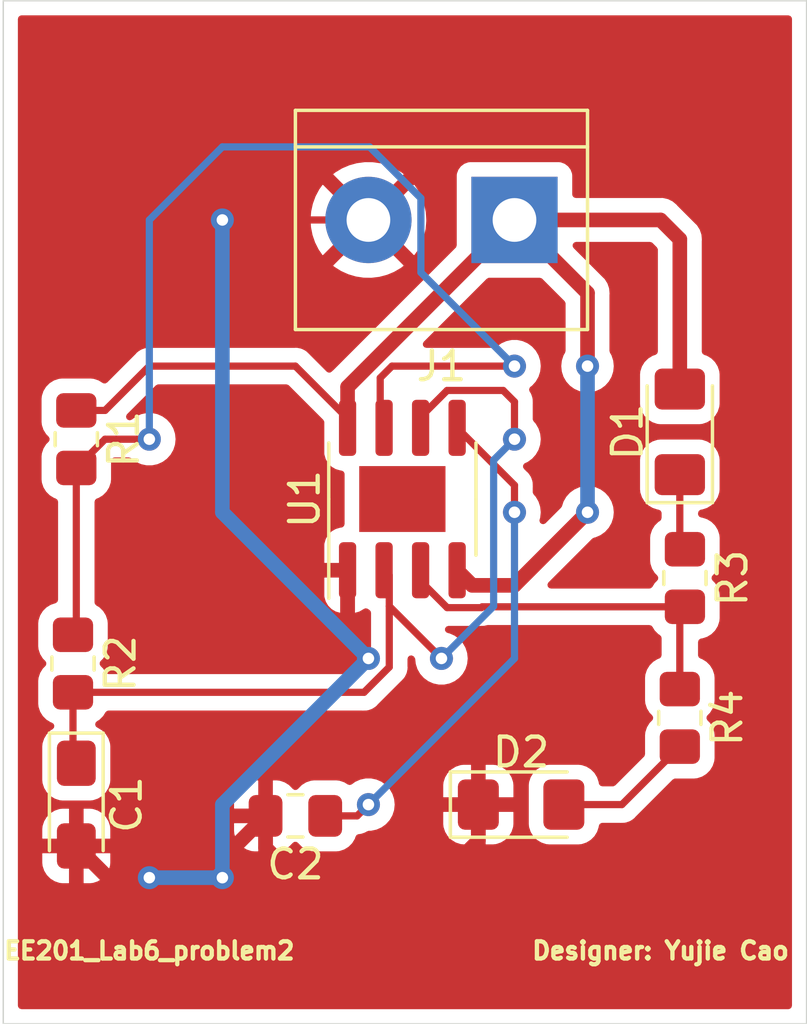
<source format=kicad_pcb>
(kicad_pcb (version 20211014) (generator pcbnew)
  (layers (0 "F.Cu" signal) (31 "B.Cu" signal) (34 "B.Paste" user) (35 "F.Paste" user) (36 "B.SilkS" user "B.Silkscreen") (37 "F.SilkS" user "F.Silkscreen") (38 "B.Mask" user) (39 "F.Mask" user) (44 "Edge.Cuts" user))
  (net 0 "")
  (net 1 "/pin_2")
  (net 2 "GND")
  (net 3 "Net-(C2-Pad1)")
  (net 4 "Net-(D1-Pad1)")
  (net 5 "+9V")
  (net 6 "Net-(D2-Pad2)")
  (net 7 "/pin_7")
  (net 8 "/pin_3")
  (footprint "Resistor_SMD:R_0805_2012Metric_Pad1.20x1.40mm_HandSolder" (layer "F.Cu") (at 111.645 81.457616 -90)
    (fp_text reference "R2" (at 0 -1.65 90) (layer "F.SilkS"))
    (fp_text value "10k")
    (fp_line (start -0.227064 0.735) (end 0.227064 0.735) (layer "F.SilkS") (width 0.12))
    (fp_line (start -0.227064 -0.735) (end 0.227064 -0.735) (layer "F.SilkS") (width 0.12))
    (pad "1" smd roundrect (at -1 0 270) (size 1.2 1.4) (layers "F.Cu" "F.Paste" "F.Mask") (roundrect_rratio 0.2083333333) (net 7 "/pin_7"))
    (pad "2" smd roundrect (at 1 0 270) (size 1.2 1.4) (layers "F.Cu" "F.Paste" "F.Mask") (roundrect_rratio 0.2083333333) (net 1 "/pin_2"))
  )
  (footprint "LED_SMD:LED_1206_3216Metric_Pad1.42x1.75mm_HandSolder" (layer "F.Cu") (at 132.75 73.40532 90)
    (fp_text reference "D1" (at 0 -1.82 90) (layer "F.SilkS"))
    (fp_text value "LED")
    (fp_line (start -2.46 -1.135) (end -2.46 1.135) (layer "F.SilkS") (width 0.12))
    (fp_line (start 1.6 -1.135) (end -2.46 -1.135) (layer "F.SilkS") (width 0.12))
    (fp_line (start -2.46 1.135) (end 1.6 1.135) (layer "F.SilkS") (width 0.12))
    (pad "1" smd roundrect (at -1.4875 0 90) (size 1.425 1.75) (layers "F.Cu" "F.Paste" "F.Mask") (roundrect_rratio 0.1754392982) (net 4 "Net-(D1-Pad1)"))
    (pad "2" smd roundrect (at 1.4875 0 90) (size 1.425 1.75) (layers "F.Cu" "F.Paste" "F.Mask") (roundrect_rratio 0.1754392982) (net 5 "+9V"))
  )
  (footprint "Resistor_SMD:R_0805_2012Metric_Pad1.20x1.40mm_HandSolder" (layer "F.Cu") (at 111.76 73.66 -90)
    (fp_text reference "R1" (at 0 -1.65 90) (layer "F.SilkS"))
    (fp_text value "1k")
    (fp_line (start -0.227064 0.735) (end 0.227064 0.735) (layer "F.SilkS") (width 0.12))
    (fp_line (start -0.227064 -0.735) (end 0.227064 -0.735) (layer "F.SilkS") (width 0.12))
    (pad "1" smd roundrect (at -1 0 270) (size 1.2 1.4) (layers "F.Cu" "F.Paste" "F.Mask") (roundrect_rratio 0.2083333333) (net 5 "+9V"))
    (pad "2" smd roundrect (at 1 0 270) (size 1.2 1.4) (layers "F.Cu" "F.Paste" "F.Mask") (roundrect_rratio 0.2083333333) (net 7 "/pin_7"))
  )
  (footprint "TerminalBlock:TerminalBlock_bornier-2_P5.08mm" (layer "F.Cu") (at 127 66.04 180)
    (fp_text reference "J1" (at 2.54 -5.08) (layer "F.SilkS"))
    (fp_text value "Conn_01x02_Male")
    (fp_line (start 7.62 -3.81) (end -2.54 -3.81) (layer "F.SilkS") (width 0.12))
    (fp_line (start 7.62 3.81) (end 7.62 -3.81) (layer "F.SilkS") (width 0.12))
    (fp_line (start 7.62 2.54) (end -2.54 2.54) (layer "F.SilkS") (width 0.12))
    (fp_line (start -2.54 3.81) (end 7.62 3.81) (layer "F.SilkS") (width 0.12))
    (fp_line (start -2.54 -3.81) (end -2.54 3.81) (layer "F.SilkS") (width 0.12))
    (pad "1" thru_hole rect (at 0 0 180) (size 3 3) (drill 1.52) (layers *.Cu *.Mask) (net 5 "+9V"))
    (pad "2" thru_hole circle (at 5.08 0 180) (size 3 3) (drill 1.52) (layers *.Cu *.Mask) (net 2 "GND"))
  )
  (footprint "LED_SMD:LED_1206_3216Metric_Pad1.42x1.75mm_HandSolder" (layer "F.Cu") (at 127.23 86.36)
    (fp_text reference "D2" (at 0 -1.82) (layer "F.SilkS"))
    (fp_text value "LED")
    (fp_line (start 1.6 -1.135) (end -2.46 -1.135) (layer "F.SilkS") (width 0.12))
    (fp_line (start -2.46 -1.135) (end -2.46 1.135) (layer "F.SilkS") (width 0.12))
    (fp_line (start -2.46 1.135) (end 1.6 1.135) (layer "F.SilkS") (width 0.12))
    (pad "1" smd roundrect (at -1.4875 0) (size 1.425 1.75) (layers "F.Cu" "F.Paste" "F.Mask") (roundrect_rratio 0.1754392982) (net 2 "GND"))
    (pad "2" smd roundrect (at 1.4875 0) (size 1.425 1.75) (layers "F.Cu" "F.Paste" "F.Mask") (roundrect_rratio 0.1754392982) (net 6 "Net-(D2-Pad2)"))
  )
  (footprint "Package_SO:SOIC-8-1EP_3.9x4.9mm_P1.27mm_EP2.29x3mm" (layer "F.Cu") (at 123.1 75.74 90)
    (fp_text reference "U1" (at 0 -3.4 90) (layer "F.SilkS"))
    (fp_text value "NE555D")
    (fp_line (start 0 -2.56) (end -3.45 -2.56) (layer "F.SilkS") (width 0.12))
    (fp_line (start 0 2.56) (end 1.95 2.56) (layer "F.SilkS") (width 0.12))
    (fp_line (start 0 -2.56) (end 1.95 -2.56) (layer "F.SilkS") (width 0.12))
    (fp_line (start 0 2.56) (end -1.95 2.56) (layer "F.SilkS") (width 0.12))
    (pad "1" smd roundrect (at -2.475 -1.905 90) (size 1.95 0.6) (layers "F.Cu" "F.Paste" "F.Mask") (net 2 "GND"))
    (pad "2" smd roundrect (at -2.475 -0.635 90) (size 1.95 0.6) (layers "F.Cu" "F.Paste" "F.Mask") (net 1 "/pin_2"))
    (pad "3" smd roundrect (at -2.475 0.635 90) (size 1.95 0.6) (layers "F.Cu" "F.Paste" "F.Mask") (net 8 "/pin_3"))
    (pad "4" smd roundrect (at -2.475 1.905 90) (size 1.95 0.6) (layers "F.Cu" "F.Paste" "F.Mask") (net 5 "+9V"))
    (pad "5" smd roundrect (at 2.475 1.905 90) (size 1.95 0.6) (layers "F.Cu" "F.Paste" "F.Mask") (net 3 "Net-(C2-Pad1)"))
    (pad "6" smd roundrect (at 2.475 0.635 90) (size 1.95 0.6) (layers "F.Cu" "F.Paste" "F.Mask") (net 1 "/pin_2"))
    (pad "7" smd roundrect (at 2.475 -0.635 90) (size 1.95 0.6) (layers "F.Cu" "F.Paste" "F.Mask") (net 7 "/pin_7"))
    (pad "8" smd roundrect (at 2.475 -1.905 90) (size 1.95 0.6) (layers "F.Cu" "F.Paste" "F.Mask") (net 5 "+9V"))
    (pad "9" smd rect (at 0 0 90) (size 2.29 3) (layers "F.Cu" "F.Mask"))
  )
  (footprint "Capacitor_SMD:C_0805_2012Metric_Pad1.18x1.45mm_HandSolder" (layer "F.Cu") (at 119.38 86.752488 180)
    (fp_text reference "C2" (at 0 -1.68) (layer "F.SilkS"))
    (fp_text value "0.01µF")
    (fp_line (start -0.261252 0.735) (end 0.261252 0.735) (layer "F.SilkS") (width 0.12))
    (fp_line (start -0.261252 -0.735) (end 0.261252 -0.735) (layer "F.SilkS") (width 0.12))
    (pad "1" smd roundrect (at -1.0375 0 180) (size 1.175 1.45) (layers "F.Cu" "F.Paste" "F.Mask") (roundrect_rratio 0.2127659574) (net 3 "Net-(C2-Pad1)"))
    (pad "2" smd roundrect (at 1.0375 0 180) (size 1.175 1.45) (layers "F.Cu" "F.Paste" "F.Mask") (roundrect_rratio 0.2127659574) (net 2 "GND"))
  )
  (footprint "Resistor_SMD:R_0805_2012Metric_Pad1.20x1.40mm_HandSolder" (layer "F.Cu") (at 132.75 83.34532 -90)
    (fp_text reference "R4" (at 0 -1.65 90) (layer "F.SilkS"))
    (fp_text value "1k")
    (fp_line (start -0.227064 0.735) (end 0.227064 0.735) (layer "F.SilkS") (width 0.12))
    (fp_line (start -0.227064 -0.735) (end 0.227064 -0.735) (layer "F.SilkS") (width 0.12))
    (pad "1" smd roundrect (at -1 0 270) (size 1.2 1.4) (layers "F.Cu" "F.Paste" "F.Mask") (roundrect_rratio 0.2083333333) (net 8 "/pin_3"))
    (pad "2" smd roundrect (at 1 0 270) (size 1.2 1.4) (layers "F.Cu" "F.Paste" "F.Mask") (roundrect_rratio 0.2083333333) (net 6 "Net-(D2-Pad2)"))
  )
  (footprint "Resistor_SMD:R_0805_2012Metric_Pad1.20x1.40mm_HandSolder" (layer "F.Cu") (at 132.927064 78.48532 -90)
    (fp_text reference "R3" (at 0 -1.65 90) (layer "F.SilkS"))
    (fp_text value "1k")
    (fp_line (start -0.227064 0.735) (end 0.227064 0.735) (layer "F.SilkS") (width 0.12))
    (fp_line (start -0.227064 -0.735) (end 0.227064 -0.735) (layer "F.SilkS") (width 0.12))
    (pad "1" smd roundrect (at -1 0 270) (size 1.2 1.4) (layers "F.Cu" "F.Paste" "F.Mask") (roundrect_rratio 0.2083333333) (net 4 "Net-(D1-Pad1)"))
    (pad "2" smd roundrect (at 1 0 270) (size 1.2 1.4) (layers "F.Cu" "F.Paste" "F.Mask") (roundrect_rratio 0.2083333333) (net 8 "/pin_3"))
  )
  (footprint "Capacitor_Tantalum_SMD:CP_EIA-3216-18_Kemet-A_Pad1.58x1.35mm_HandSolder" (layer "F.Cu") (at 111.76 86.36 -90)
    (fp_text reference "C1" (at 0 -1.75 90) (layer "F.SilkS"))
    (fp_text value "10µV")
    (fp_line (start -2.485 -0.935) (end -2.485 0.935) (layer "F.SilkS") (width 0.12))
    (fp_line (start 1.6 -0.935) (end -2.485 -0.935) (layer "F.SilkS") (width 0.12))
    (fp_line (start -2.485 0.935) (end 1.6 0.935) (layer "F.SilkS") (width 0.12))
    (pad "1" smd roundrect (at -1.4375 0 270) (size 1.575 1.35) (layers "F.Cu" "F.Paste" "F.Mask") (roundrect_rratio 0.1851851852) (net 1 "/pin_2"))
    (pad "2" smd roundrect (at 1.4375 0 270) (size 1.575 1.35) (layers "F.Cu" "F.Paste" "F.Mask") (roundrect_rratio 0.1851851852) (net 2 "GND"))
  )
  (gr_rect (start 109.22 58.42) (end 137.16 93.98) (layer "Edge.Cuts") (width 0.05) (fill none))
  (gr_text "EE201_Lab6_problem2" (at 114.3 91.44) (layer "F.SilkS") (effects (font (size 0.6 0.6))))
  (gr_text "Designer: Yujie Cao" (at 132.08 91.44) (layer "F.SilkS") (effects (font (size 0.6 0.6))))
  (segment (start 127 72.36) (end 127 73.66) (width 0.25) (layer "F.Cu") (net 1))
  (segment (start 123.735 72.888249) (end 124.658249 71.965) (width 0.25) (layer "F.Cu") (net 1))
  (segment (start 122.645 79.465) (end 124.46 81.28) (width 0.25) (layer "F.Cu") (net 1))
  (segment (start 111.645 82.457616) (end 111.645 84.8075) (width 0.25) (layer "F.Cu") (net 1))
  (segment (start 123.735 73.265) (end 123.735 72.888249) (width 0.25) (layer "F.Cu") (net 1))
  (segment (start 122.645 79.465) (end 122.645 78.395) (width 0.25) (layer "F.Cu") (net 1))
  (segment (start 122.645 81.580305) (end 122.645 79.465) (width 0.25) (layer "F.Cu") (net 1))
  (segment (start 126.605 71.965) (end 124.658249 71.965) (width 0.25) (layer "F.Cu") (net 1))
  (segment (start 127 72.36) (end 126.605 71.965) (width 0.25) (layer "F.Cu") (net 1))
  (segment (start 111.645 84.8075) (end 111.76 84.9225) (width 0.25) (layer "F.Cu") (net 1))
  (segment (start 121.767689 82.457616) (end 122.645 81.580305) (width 0.25) (layer "F.Cu") (net 1))
  (segment (start 111.645 82.457616) (end 121.767689 82.457616) (width 0.25) (layer "F.Cu") (net 1))
  (segment (start 122.645 78.395) (end 122.465 78.215) (width 0.25) (layer "F.Cu") (net 1))
  (via (at 124.46 81.28) (size 0.8) (drill 0.4) (layers "F.Cu" "B.Cu") (net 1))
  (via (at 127 73.66) (size 0.8) (drill 0.4) (layers "F.Cu" "B.Cu") (net 1))
  (segment (start 126.275 79.465) (end 124.46 81.28) (width 0.25) (layer "B.Cu") (net 1))
  (segment (start 126.275 74.385) (end 126.275 79.465) (width 0.25) (layer "B.Cu") (net 1))
  (segment (start 127 73.66) (end 126.275 74.385) (width 0.25) (layer "B.Cu") (net 1))
  (segment (start 116.84 88.254988) (end 116.84 88.9) (width 0.25) (layer "F.Cu") (net 2))
  (segment (start 119.38 88.9) (end 118.3425 87.8625) (width 0.508) (layer "F.Cu") (net 2))
  (segment (start 125.7425 86.36) (end 125.7425 87.6175) (width 0.508) (layer "F.Cu") (net 2))
  (segment (start 124.46 88.9) (end 119.38 88.9) (width 0.508) (layer "F.Cu") (net 2))
  (segment (start 121.195 78.215) (end 121.195 80.555) (width 0.508) (layer "F.Cu") (net 2))
  (segment (start 118.3425 87.8625) (end 118.3425 86.752488) (width 0.508) (layer "F.Cu") (net 2))
  (segment (start 118.3425 86.752488) (end 116.84 88.254988) (width 0.508) (layer "F.Cu") (net 2))
  (segment (start 121.92 81.28) (end 121.195 80.555) (width 0.508) (layer "F.Cu") (net 2))
  (segment (start 125.7425 87.6175) (end 124.46 88.9) (width 0.508) (layer "F.Cu") (net 2))
  (segment (start 112.8625 88.9) (end 114.3 88.9) (width 0.508) (layer "F.Cu") (net 2))
  (segment (start 111.76 87.7975) (end 112.8625 88.9) (width 0.508) (layer "F.Cu") (net 2))
  (segment (start 121.92 66.04) (end 116.84 66.04) (width 0.25) (layer "F.Cu") (net 2))
  (via (at 116.84 88.9) (size 0.8) (drill 0.4) (layers "F.Cu" "B.Cu") (net 2))
  (via (at 121.92 81.28) (size 0.8) (drill 0.4) (layers "F.Cu" "B.Cu") (net 2))
  (via (at 116.84 66.04) (size 0.8) (drill 0.4) (layers "F.Cu" "B.Cu") (net 2))
  (via (at 114.3 88.9) (size 0.8) (drill 0.4) (layers "F.Cu" "B.Cu") (net 2))
  (segment (start 116.84 86.36) (end 121.92 81.28) (width 0.508) (layer "B.Cu") (net 2))
  (segment (start 116.84 88.9) (end 116.84 86.36) (width 0.508) (layer "B.Cu") (net 2))
  (segment (start 114.3 88.9) (end 116.84 88.9) (width 0.508) (layer "B.Cu") (net 2))
  (segment (start 116.84 66.04) (end 116.84 76.2) (width 0.508) (layer "B.Cu") (net 2))
  (segment (start 116.84 76.2) (end 121.92 81.28) (width 0.508) (layer "B.Cu") (net 2))
  (segment (start 120.4175 86.752488) (end 121.527512 86.752488) (width 0.25) (layer "F.Cu") (net 3))
  (segment (start 121.527512 86.752488) (end 121.92 86.36) (width 0.25) (layer "F.Cu") (net 3))
  (segment (start 125.005 73.265) (end 127 75.26) (width 0.25) (layer "F.Cu") (net 3))
  (segment (start 127 75.26) (end 127 76.2) (width 0.25) (layer "F.Cu") (net 3))
  (via (at 121.92 86.36) (size 0.8) (drill 0.4) (layers "F.Cu" "B.Cu") (net 3))
  (via (at 127 76.2) (size 0.8) (drill 0.4) (layers "F.Cu" "B.Cu") (net 3))
  (segment (start 121.92 86.36) (end 127 81.28) (width 0.25) (layer "B.Cu") (net 3))
  (segment (start 127 81.28) (end 127 76.2) (width 0.25) (layer "B.Cu") (net 3))
  (segment (start 132.75 74.89282) (end 132.75 77.308256) (width 0.25) (layer "F.Cu") (net 4))
  (segment (start 132.75 77.308256) (end 132.927064 77.48532) (width 0.25) (layer "F.Cu") (net 4))
  (segment (start 111.76 72.66) (end 112.76 72.66) (width 0.25) (layer "F.Cu") (net 5))
  (segment (start 132.75 66.71) (end 132.75 71.91782) (width 0.508) (layer "F.Cu") (net 5))
  (segment (start 132.08 66.04) (end 127 66.04) (width 0.508) (layer "F.Cu") (net 5))
  (segment (start 112.76 72.66) (end 114.3 71.12) (width 0.25) (layer "F.Cu") (net 5))
  (segment (start 125.005 78.215) (end 125.53 78.74) (width 0.508) (layer "F.Cu") (net 5))
  (segment (start 132.08 66.04) (end 132.75 66.71) (width 0.508) (layer "F.Cu") (net 5))
  (segment (start 121.195 71.845) (end 121.195 73.265) (width 0.508) (layer "F.Cu") (net 5))
  (segment (start 127 78.74) (end 129.54 76.2) (width 0.508) (layer "F.Cu") (net 5))
  (segment (start 114.3 71.12) (end 119.38 71.12) (width 0.25) (layer "F.Cu") (net 5))
  (segment (start 121.195 72.935) (end 121.195 73.265) (width 0.25) (layer "F.Cu") (net 5))
  (segment (start 127 78.74) (end 125.53 78.74) (width 0.508) (layer "F.Cu") (net 5))
  (segment (start 127 66.04) (end 129.54 68.58) (width 0.508) (layer "F.Cu") (net 5))
  (segment (start 119.38 71.12) (end 121.195 72.935) (width 0.25) (layer "F.Cu") (net 5))
  (segment (start 129.54 68.58) (end 129.54 71.12) (width 0.508) (layer "F.Cu") (net 5))
  (segment (start 127 66.04) (end 121.195 71.845) (width 0.508) (layer "F.Cu") (net 5))
  (via (at 129.54 76.2) (size 0.8) (drill 0.4) (layers "F.Cu" "B.Cu") (net 5))
  (via (at 129.54 71.12) (size 0.8) (drill 0.4) (layers "F.Cu" "B.Cu") (net 5))
  (segment (start 129.54 71.12) (end 129.54 76.2) (width 0.508) (layer "B.Cu") (net 5))
  (segment (start 130.73532 86.36) (end 128.7175 86.36) (width 0.25) (layer "F.Cu") (net 6))
  (segment (start 132.75 84.34532) (end 130.73532 86.36) (width 0.25) (layer "F.Cu") (net 6))
  (segment (start 122.329415 71.529415) (end 122.329415 73.129415) (width 0.25) (layer "F.Cu") (net 7))
  (segment (start 122.73883 71.12) (end 122.329415 71.529415) (width 0.25) (layer "F.Cu") (net 7))
  (segment (start 111.76 80.342616) (end 111.645 80.457616) (width 0.25) (layer "F.Cu") (net 7))
  (segment (start 111.76 74.66) (end 112.76 73.66) (width 0.25) (layer "F.Cu") (net 7))
  (segment (start 127 71.12) (end 122.73883 71.12) (width 0.25) (layer "F.Cu") (net 7))
  (segment (start 122.329415 73.129415) (end 122.465 73.265) (width 0.25) (layer "F.Cu") (net 7))
  (segment (start 111.76 74.66) (end 111.76 80.342616) (width 0.25) (layer "F.Cu") (net 7))
  (segment (start 112.76 73.66) (end 114.3 73.66) (width 0.25) (layer "F.Cu") (net 7))
  (via (at 114.3 73.66) (size 0.8) (drill 0.4) (layers "F.Cu" "B.Cu") (net 7))
  (via (at 127 71.12) (size 0.8) (drill 0.4) (layers "F.Cu" "B.Cu") (net 7))
  (segment (start 127 71.12) (end 123.745 67.865) (width 0.25) (layer "B.Cu") (net 7))
  (segment (start 123.745 67.865) (end 123.745 65.28406) (width 0.25) (layer "B.Cu") (net 7))
  (segment (start 114.3 66.04) (end 114.3 73.66) (width 0.25) (layer "B.Cu") (net 7))
  (segment (start 116.84 63.5) (end 114.3 66.04) (width 0.25) (layer "B.Cu") (net 7))
  (segment (start 123.745 65.28406) (end 121.96094 63.5) (width 0.25) (layer "B.Cu") (net 7))
  (segment (start 121.96094 63.5) (end 116.84 63.5) (width 0.25) (layer "B.Cu") (net 7))
  (segment (start 132.927064 79.48532) (end 125.878569 79.48532) (width 0.25) (layer "F.Cu") (net 8))
  (segment (start 132.75 79.662384) (end 132.75 82.34532) (width 0.25) (layer "F.Cu") (net 8))
  (segment (start 124.658249 79.515) (end 123.735 78.591751) (width 0.25) (layer "F.Cu") (net 8))
  (segment (start 125.878569 79.48532) (end 125.848889 79.515) (width 0.25) (layer "F.Cu") (net 8))
  (segment (start 123.735 78.591751) (end 123.735 78.215) (width 0.25) (layer "F.Cu") (net 8))
  (segment (start 132.927064 79.48532) (end 132.75 79.662384) (width 0.25) (layer "F.Cu") (net 8))
  (segment (start 125.848889 79.515) (end 124.658249 79.515) (width 0.25) (layer "F.Cu") (net 8))
  (zone (net 2) (net_name "GND") (layer "F.Cu") (connect_pads (clearance 0.508)) (min_thickness 0.254) (fill yes (thermal_gap 0.508) (thermal_bridge_width 0.508))
    (polygon (pts (xy 137.16 93.98) (xy 109.22 93.98) (xy 109.22 58.42) (xy 137.16 58.42)))
  )
)
</source>
